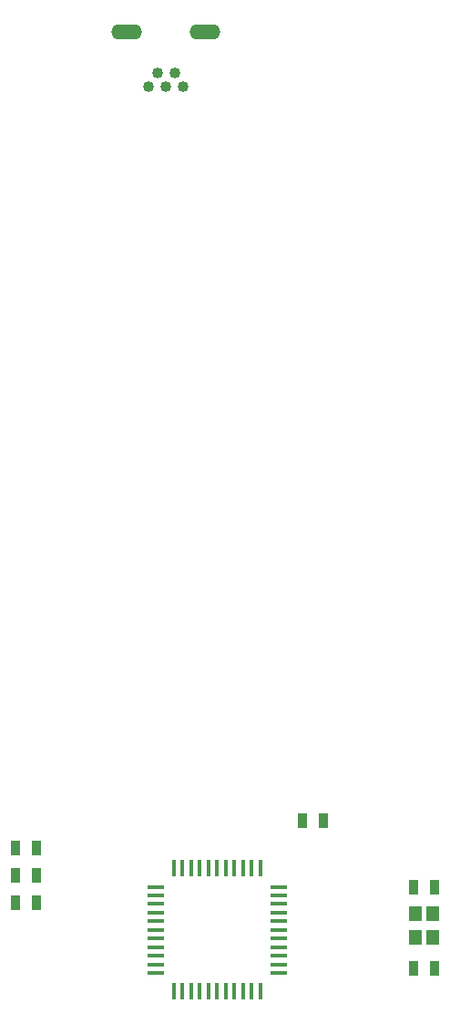
<source format=gbp>
G04 (created by PCBNEW (2013-mar-13)-testing) date Mon 15 Apr 2013 12:09:35 AM CEST*
%MOIN*%
G04 Gerber Fmt 3.4, Leading zero omitted, Abs format*
%FSLAX34Y34*%
G01*
G70*
G90*
G04 APERTURE LIST*
%ADD10C,0.006*%
%ADD11R,0.035X0.055*%
%ADD12R,0.016X0.06*%
%ADD13R,0.06X0.016*%
%ADD14C,0.04*%
%ADD15O,0.112X0.056*%
%ADD16R,0.0472441X0.0551181*%
G04 APERTURE END LIST*
G54D10*
G54D11*
X80875Y-69500D03*
X80125Y-69500D03*
X80875Y-70500D03*
X80125Y-70500D03*
X95457Y-73909D03*
X94707Y-73909D03*
X95457Y-70956D03*
X94707Y-70956D03*
X80125Y-71500D03*
X80875Y-71500D03*
X90625Y-68500D03*
X91375Y-68500D03*
G54D12*
X87500Y-70250D03*
X87815Y-70250D03*
X88130Y-70250D03*
X88445Y-70250D03*
X88760Y-70250D03*
X89075Y-70250D03*
X87185Y-70250D03*
X86870Y-70250D03*
X86555Y-70250D03*
X86240Y-70250D03*
X85925Y-70250D03*
X87500Y-74750D03*
X87815Y-74750D03*
X88130Y-74750D03*
X88445Y-74750D03*
X88760Y-74750D03*
X89075Y-74750D03*
X87185Y-74750D03*
X86870Y-74750D03*
X86555Y-74750D03*
X86240Y-74750D03*
X85925Y-74750D03*
G54D13*
X89750Y-72500D03*
X85250Y-72500D03*
X89750Y-72815D03*
X85250Y-72815D03*
X85250Y-73130D03*
X89750Y-73130D03*
X89750Y-73445D03*
X85250Y-73445D03*
X85250Y-73760D03*
X89750Y-73760D03*
X89750Y-74075D03*
X85250Y-74075D03*
X85250Y-72185D03*
X89750Y-72185D03*
X89750Y-71870D03*
X85250Y-71870D03*
X85250Y-71555D03*
X89750Y-71555D03*
X89750Y-71240D03*
X85250Y-71240D03*
X85250Y-70925D03*
X89750Y-70925D03*
G54D14*
X85000Y-41663D03*
X85315Y-41190D03*
X85629Y-41663D03*
X85943Y-41190D03*
X86258Y-41663D03*
G54D15*
X84192Y-39676D03*
X87066Y-39676D03*
G54D16*
X95397Y-71901D03*
X95397Y-72767D03*
X94767Y-71901D03*
X94767Y-72767D03*
M02*

</source>
